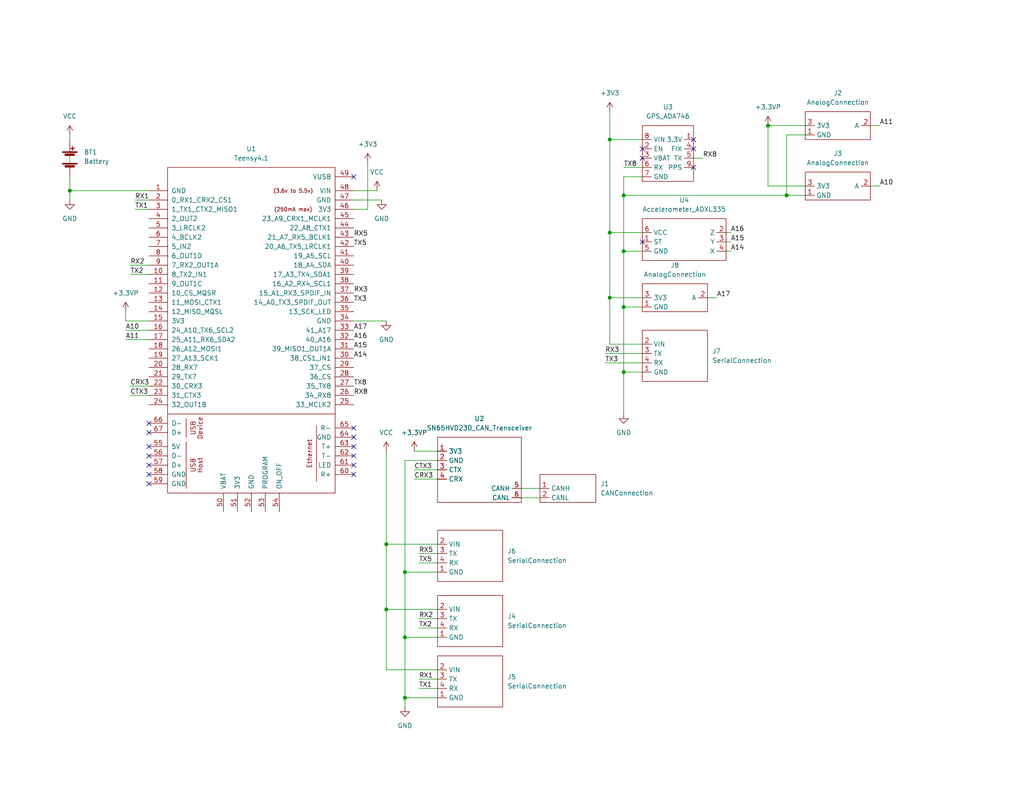
<source format=kicad_sch>
(kicad_sch (version 20211123) (generator eeschema)
  (paper "USLetter")
  (title_block (title "SDM-22 DAQ Main Board") (date "2022-03-27") (rev "v1") (company "Sun Devil Motorsports - Data Acquisition"))
  (lib_symbols
    (symbol "Device:Battery" (pin_numbers hide) (pin_names (offset 0) hide)
      (property "Reference" "BT" (at 2.54 2.54 0))
      (property "Value" "Battery" (at 2.54 0 0))
      (symbol "Battery_0_1"
        (rectangle (start -2.032 -1.397) (end 2.032 -1.651) (fill (type outline)))
        (rectangle (start -2.032 1.778) (end 2.032 1.524) (fill (type outline)))
        (rectangle (start -1.3208 -1.9812) (end 1.27 -2.4892) (fill (type outline)))
        (rectangle (start -1.3208 1.1938) (end 1.27 0.6858) (fill (type outline)))
        (polyline (pts (xy 0 -1.524) (xy 0 -1.27)))
        (polyline (pts (xy 0 -1.016) (xy 0 -0.762)))
        (polyline (pts (xy 0 -0.508) (xy 0 -0.254)))
        (polyline (pts (xy 0 0) (xy 0 0.254)))
        (polyline (pts (xy 0 0.508) (xy 0 0.762)))
        (polyline (pts (xy 0 1.778) (xy 0 2.54)))
        (polyline (pts (xy 0.254 2.667) (xy 1.27 2.667)) (stroke (width 0.254)))
        (polyline (pts (xy 0.762 3.175) (xy 0.762 2.159)) (stroke (width 0.254)))
      )
      (symbol "Battery_1_1"
        (pin passive line (at 0 5.08 270) (length 2.54) (name "+") (number "1"))
        (pin passive line (at 0 -5.08 90) (length 2.54) (name "-") (number "2"))
      )
    )
    (symbol "SDM:Accelerometer_ADXL335"
      (property "Reference" "U" (at 2.54 1.27 0))
      (property "Value" "Accelerometer_ADXL335" (at 5.08 -1.27 0))
      (symbol "Accelerometer_ADXL335_0_1"
        (rectangle (start -6.35 0) (end 16.51 -11.43))
      )
      (symbol "Accelerometer_ADXL335_1_1"
        (pin input line (at -6.35 -6.35 0) (length 2.54) (name "ST") (number "1"))
        (pin output line (at 16.51 -3.81 180) (length 2.54) (name "Z") (number "2"))
        (pin output line (at 16.51 -6.35 180) (length 2.54) (name "Y") (number "3"))
        (pin output line (at 16.51 -8.89 180) (length 2.54) (name "X") (number "4"))
        (pin input line (at -6.35 -8.89 0) (length 2.54) (name "GND") (number "5"))
        (pin input line (at -6.35 -3.81 0) (length 2.54) (name "VCC") (number "6"))
      )
    )
    (symbol "SDM:AnalogConnection"
      (property "Reference" "J" (at 0 0 0))
      (property "Value" "AnalogConnection" (at 1.27 -2.54 0))
      (symbol "AnalogConnection_0_1"
        (rectangle (start -7.62 -1.27) (end 10.16 -8.89))
      )
      (symbol "AnalogConnection_1_1"
        (pin input line (at -7.62 -7.62 0) (length 2.54) (name "GND") (number "1"))
        (pin output line (at 10.16 -5.08 180) (length 2.54) (name "A") (number "2"))
        (pin input line (at -7.62 -5.08 0) (length 2.54) (name "3V3") (number "3"))
      )
    )
    (symbol "SDM:CANConnection"
      (property "Reference" "J" (at 0 0 0))
      (property "Value" "CANConnection" (at 1.27 -2.54 0))
      (symbol "CANConnection_0_1"
        (rectangle (start -6.35 -1.27) (end 8.89 -8.89))
      )
      (symbol "CANConnection_1_1"
        (pin input line (at -6.35 -5.08 0) (length 2.54) (name "CANH") (number "1"))
        (pin input line (at -6.35 -7.62 0) (length 2.54) (name "CANL") (number "2"))
      )
    )
    (symbol "SDM:GPS_ADA746"
      (property "Reference" "U" (at 0 0 0))
      (property "Value" "GPS_ADA746" (at 1.27 -2.54 0))
      (symbol "GPS_ADA746_0_1"
        (rectangle (start -6.35 -1.27) (end 7.62 -16.51))
      )
      (symbol "GPS_ADA746_1_1"
        (pin output line (at 7.62 -5.08 180) (length 2.54) (name "3.3V") (number "1"))
        (pin input line (at -6.35 -7.62 0) (length 2.54) (name "EN") (number "2"))
        (pin input line (at -6.35 -10.16 0) (length 2.54) (name "VBAT") (number "3"))
        (pin output line (at 7.62 -7.62 180) (length 2.54) (name "FIX") (number "4"))
        (pin output line (at 7.62 -10.16 180) (length 2.54) (name "TX") (number "5"))
        (pin input line (at -6.35 -12.7 0) (length 2.54) (name "RX") (number "6"))
        (pin input line (at -6.35 -15.24 0) (length 2.54) (name "GND") (number "7"))
        (pin input line (at -6.35 -5.08 0) (length 2.54) (name "VIN") (number "8"))
        (pin output line (at 7.62 -12.7 180) (length 2.54) (name "PPS") (number "9"))
      )
    )
    (symbol "SDM:SN65HVD230_CAN_Transceiver"
      (property "Reference" "U" (at 0 0 0))
      (property "Value" "SN65HVD230_CAN_Transceiver" (at 2.54 -2.54 0))
      (symbol "SN65HVD230_CAN_Transceiver_0_1"
        (rectangle (start -8.89 -19.05) (end 13.97 -1.27))
      )
      (symbol "SN65HVD230_CAN_Transceiver_1_1"
        (pin input line (at -8.89 -5.08 0) (length 2.54) (name "3V3") (number "1"))
        (pin input line (at -8.89 -7.62 0) (length 2.54) (name "GND") (number "2"))
        (pin input line (at -8.89 -10.16 0) (length 2.54) (name "CTX") (number "3"))
        (pin input line (at -8.89 -12.7 0) (length 2.54) (name "CRX") (number "4"))
        (pin input line (at 13.97 -15.24 180) (length 2.54) (name "CANH") (number "5"))
        (pin input line (at 13.97 -17.78 180) (length 2.54) (name "CANL") (number "6"))
      )
    )
    (symbol "SDM:SerialConnection"
      (property "Reference" "J" (at 0 0 0))
      (property "Value" "SerialConnection" (at 1.27 -2.54 0))
      (symbol "SerialConnection_0_1"
        (rectangle (start -7.62 -1.27) (end 10.16 -15.24))
      )
      (symbol "SerialConnection_1_1"
        (pin input line (at -7.62 -12.7 0) (length 2.54) (name "GND") (number "1"))
        (pin input line (at -7.62 -5.08 0) (length 2.54) (name "VIN") (number "2"))
        (pin input line (at -7.62 -7.62 0) (length 2.54) (name "TX") (number "3"))
        (pin input line (at -7.62 -10.16 0) (length 2.54) (name "RX") (number "4"))
      )
    )
    (symbol "Teensy:Teensy4.1" (pin_names (offset 1.016))
      (property "Reference" "U" (at 0 64.77 0))
      (property "Value" "Teensy4.1" (at 0 62.23 0))
      (symbol "Teensy4.1_0_0"
        (polyline (pts (xy -22.86 -6.35) (xy 22.86 -6.35)))
        (polyline (pts (xy -17.78 -26.67) (xy -17.78 -13.97)))
        (polyline (pts (xy -17.78 -7.62) (xy -17.78 -12.7)))
        (polyline (pts (xy 17.78 -9.525) (xy 17.78 -24.765)))
        (text "(250mA max)" (at 11.43 49.53 0) (effects (font (size 1.016 1.016))))
        (text "(3.6v to 5.5v)" (at 11.43 54.61 0) (effects (font (size 1.016 1.016))))
        (text "Device" (at -13.97 -10.16 900) (effects (font (size 1.27 1.27))))
        (text "Ethernet" (at 15.875 -17.145 900) (effects (font (size 1.27 1.27))))
        (text "Host" (at -13.97 -20.32 900) (effects (font (size 1.27 1.27))))
        (text "USB" (at -15.875 -20.32 900) (effects (font (size 1.27 1.27))))
        (text "USB" (at -15.875 -10.16 900) (effects (font (size 1.27 1.27))))
        (pin bidirectional line (at -27.94 31.75 0) (length 5.08) (name "8_TX2_IN1") (number "10"))
        (pin bidirectional line (at -27.94 29.21 0) (length 5.08) (name "9_OUT1C") (number "11"))
        (pin bidirectional line (at -27.94 26.67 0) (length 5.08) (name "10_CS_MQSR") (number "12"))
        (pin bidirectional line (at -27.94 24.13 0) (length 5.08) (name "11_MOSI_CTX1") (number "13"))
        (pin bidirectional line (at -27.94 21.59 0) (length 5.08) (name "12_MISO_MQSL") (number "14"))
        (pin power_in line (at -27.94 19.05 0) (length 5.08) (name "3V3") (number "15"))
        (pin bidirectional line (at -27.94 16.51 0) (length 5.08) (name "24_A10_TX6_SCL2") (number "16"))
        (pin bidirectional line (at -27.94 13.97 0) (length 5.08) (name "25_A11_RX6_SDA2") (number "17"))
        (pin bidirectional line (at -27.94 11.43 0) (length 5.08) (name "26_A12_MOSI1") (number "18"))
        (pin bidirectional line (at -27.94 8.89 0) (length 5.08) (name "27_A13_SCK1") (number "19"))
        (pin bidirectional line (at -27.94 6.35 0) (length 5.08) (name "28_RX7") (number "20"))
        (pin bidirectional line (at -27.94 3.81 0) (length 5.08) (name "29_TX7") (number "21"))
        (pin bidirectional line (at -27.94 1.27 0) (length 5.08) (name "30_CRX3") (number "22"))
        (pin bidirectional line (at -27.94 -1.27 0) (length 5.08) (name "31_CTX3") (number "23"))
        (pin bidirectional line (at -27.94 -3.81 0) (length 5.08) (name "32_OUT1B") (number "24"))
        (pin bidirectional line (at 27.94 -3.81 180) (length 5.08) (name "33_MCLK2") (number "25"))
        (pin bidirectional line (at 27.94 -1.27 180) (length 5.08) (name "34_RX8") (number "26"))
        (pin bidirectional line (at 27.94 1.27 180) (length 5.08) (name "35_TX8") (number "27"))
        (pin bidirectional line (at 27.94 3.81 180) (length 5.08) (name "36_CS") (number "28"))
        (pin bidirectional line (at 27.94 6.35 180) (length 5.08) (name "37_CS") (number "29"))
        (pin bidirectional line (at 27.94 8.89 180) (length 5.08) (name "38_CS1_IN1") (number "30"))
        (pin bidirectional line (at 27.94 11.43 180) (length 5.08) (name "39_MISO1_OUT1A") (number "31"))
        (pin bidirectional line (at 27.94 13.97 180) (length 5.08) (name "40_A16") (number "32"))
        (pin bidirectional line (at 27.94 16.51 180) (length 5.08) (name "41_A17") (number "33"))
        (pin bidirectional line (at 27.94 21.59 180) (length 5.08) (name "13_SCK_LED") (number "35"))
        (pin bidirectional line (at 27.94 24.13 180) (length 5.08) (name "14_A0_TX3_SPDIF_OUT") (number "36"))
        (pin bidirectional line (at 27.94 26.67 180) (length 5.08) (name "15_A1_RX3_SPDIF_IN") (number "37"))
        (pin bidirectional line (at 27.94 29.21 180) (length 5.08) (name "16_A2_RX4_SCL1") (number "38"))
        (pin bidirectional line (at 27.94 31.75 180) (length 5.08) (name "17_A3_TX4_SDA1") (number "39"))
        (pin bidirectional line (at 27.94 34.29 180) (length 5.08) (name "18_A4_SDA") (number "40"))
        (pin bidirectional line (at 27.94 36.83 180) (length 5.08) (name "19_A5_SCL") (number "41"))
        (pin bidirectional line (at 27.94 39.37 180) (length 5.08) (name "20_A6_TX5_LRCLK1") (number "42"))
        (pin bidirectional line (at 27.94 41.91 180) (length 5.08) (name "21_A7_RX5_BCLK1") (number "43"))
        (pin bidirectional line (at 27.94 44.45 180) (length 5.08) (name "22_A8_CTX1") (number "44"))
        (pin bidirectional line (at 27.94 46.99 180) (length 5.08) (name "23_A9_CRX1_MCLK1") (number "45"))
        (pin output line (at 27.94 49.53 180) (length 5.08) (name "3V3") (number "46"))
        (pin output line (at 27.94 52.07 180) (length 5.08) (name "GND") (number "47"))
        (pin power_in line (at 27.94 54.61 180) (length 5.08) (name "VIN") (number "48"))
        (pin power_out line (at 27.94 58.42 180) (length 5.08) (name "VUSB") (number "49"))
        (pin bidirectional line (at -27.94 44.45 0) (length 5.08) (name "3_LRCLK2") (number "5"))
        (pin power_in line (at -7.62 -33.02 90) (length 5.08) (name "VBAT") (number "50"))
        (pin power_in line (at -3.81 -33.02 90) (length 5.08) (name "3V3") (number "51"))
        (pin input line (at 0 -33.02 90) (length 5.08) (name "GND") (number "52"))
        (pin input line (at 3.81 -33.02 90) (length 5.08) (name "PROGRAM") (number "53"))
        (pin input line (at 7.62 -33.02 90) (length 5.08) (name "ON_OFF") (number "54"))
        (pin power_out line (at -27.94 -15.24 0) (length 5.08) (name "5V") (number "55"))
        (pin bidirectional line (at -27.94 -17.78 0) (length 5.08) (name "D-") (number "56"))
        (pin bidirectional line (at -27.94 -20.32 0) (length 5.08) (name "D+") (number "57"))
        (pin power_in line (at -27.94 -22.86 0) (length 5.08) (name "GND") (number "58"))
        (pin power_in line (at -27.94 -25.4 0) (length 5.08) (name "GND") (number "59"))
        (pin bidirectional line (at -27.94 41.91 0) (length 5.08) (name "4_BCLK2") (number "6"))
        (pin bidirectional line (at 27.94 -22.86 180) (length 5.08) (name "R+") (number "60"))
        (pin bidirectional line (at 27.94 -20.32 180) (length 5.08) (name "LED") (number "61"))
        (pin bidirectional line (at 27.94 -17.78 180) (length 5.08) (name "T-") (number "62"))
        (pin bidirectional line (at 27.94 -15.24 180) (length 5.08) (name "T+") (number "63"))
        (pin power_in line (at 27.94 -12.7 180) (length 5.08) (name "GND") (number "64"))
        (pin bidirectional line (at 27.94 -10.16 180) (length 5.08) (name "R-") (number "65"))
        (pin bidirectional line (at -27.94 -8.89 0) (length 5.08) (name "D-") (number "66"))
        (pin bidirectional line (at -27.94 -11.43 0) (length 5.08) (name "D+") (number "67"))
        (pin bidirectional line (at -27.94 39.37 0) (length 5.08) (name "5_IN2") (number "7"))
        (pin bidirectional line (at -27.94 36.83 0) (length 5.08) (name "6_OUT1D") (number "8"))
        (pin bidirectional line (at -27.94 34.29 0) (length 5.08) (name "7_RX2_OUT1A") (number "9"))
      )
      (symbol "Teensy4.1_0_1"
        (rectangle (start -22.86 60.96) (end 22.86 -27.94))
        (rectangle (start -20.32 -1.27) (end -20.32 -1.27))
      )
      (symbol "Teensy4.1_1_1"
        (pin power_in line (at -27.94 54.61 0) (length 5.08) (name "GND") (number "1"))
        (pin bidirectional line (at -27.94 52.07 0) (length 5.08) (name "0_RX1_CRX2_CS1") (number "2"))
        (pin bidirectional line (at -27.94 49.53 0) (length 5.08) (name "1_TX1_CTX2_MISO1") (number "3"))
        (pin power_in line (at 27.94 19.05 180) (length 5.08) (name "GND") (number "34"))
        (pin bidirectional line (at -27.94 46.99 0) (length 5.08) (name "2_OUT2") (number "4"))
      )
    )
    (symbol "power:+3.3VP" (power) (pin_names (offset 0))
      (property "Value" "+3.3VP" (at 0 2.54 0))
      (symbol "+3.3VP_0_0"
        (pin power_in line (at 0 0 90) (length 0) hide (name "+3.3VP") (number "1"))
      )
      (symbol "+3.3VP_0_1"
        (polyline (pts (xy -0.762 1.27) (xy 0 2.54)))
        (polyline (pts (xy 0 0) (xy 0 2.54)))
        (polyline (pts (xy 0 2.54) (xy 0.762 1.27)))
      )
    )
    (symbol "power:+3V3" (power) (pin_names (offset 0))
      (property "Value" "+3V3" (at 0 3.556 0))
      (symbol "+3V3_0_1"
        (polyline (pts (xy -0.762 1.27) (xy 0 2.54)))
        (polyline (pts (xy 0 0) (xy 0 2.54)))
        (polyline (pts (xy 0 2.54) (xy 0.762 1.27)))
      )
      (symbol "+3V3_1_1"
        (pin power_in line (at 0 0 90) (length 0) hide (name "+3V3") (number "1"))
      )
    )
    (symbol "power:GND" (power) (pin_names (offset 0))
      (property "Value" "GND" (at 0 -3.81 0))
      (symbol "GND_0_1"
        (polyline (pts (xy 0 0) (xy 0 -1.27) (xy 1.27 -1.27) (xy 0 -2.54) (xy -1.27 -1.27) (xy 0 -1.27)))
      )
      (symbol "GND_1_1"
        (pin power_in line (at 0 0 270) (length 0) hide (name "GND") (number "1"))
      )
    )
    (symbol "power:VCC" (power) (pin_names (offset 0))
      (property "Value" "VCC" (at 0 3.81 0))
      (symbol "VCC_0_1"
        (polyline (pts (xy -0.762 1.27) (xy 0 2.54)))
        (polyline (pts (xy 0 0) (xy 0 2.54)))
        (polyline (pts (xy 0 2.54) (xy 0.762 1.27)))
      )
      (symbol "VCC_1_1"
        (pin power_in line (at 0 0 90) (length 0) hide (name "VCC") (number "1"))
      )
    )
  )
  (junction (at 170.18 68.58))
  (junction (at 209.55 34.29))
  (junction (at 105.41 148.59))
  (junction (at 170.18 101.6))
  (junction (at 110.49 190.5))
  (junction (at 166.37 63.5))
  (junction (at 110.49 156.21))
  (junction (at 214.63 53.34))
  (junction (at 170.18 53.34))
  (junction (at 170.18 83.82))
  (junction (at 19.05 52.07))
  (junction (at 166.37 81.28))
  (junction (at 105.41 166.37))
  (junction (at 110.49 173.99))
  (junction (at 166.37 38.1))
  (no_connect (at 40.64 121.92))
  (no_connect (at 40.64 132.08))
  (no_connect (at 40.64 129.54))
  (no_connect (at 40.64 127))
  (no_connect (at 40.64 124.46))
  (no_connect (at 40.64 115.57))
  (no_connect (at 96.52 127))
  (no_connect (at 96.52 121.92))
  (no_connect (at 96.52 119.38))
  (no_connect (at 96.52 124.46))
  (no_connect (at 96.52 48.26))
  (no_connect (at 96.52 129.54))
  (no_connect (at 40.64 118.11))
  (no_connect (at 96.52 116.84))
  (no_connect (at 189.23 45.72))
  (no_connect (at 175.26 43.18))
  (no_connect (at 189.23 38.1))
  (no_connect (at 175.26 40.64))
  (no_connect (at 189.23 40.64))
  (no_connect (at 175.26 66.04))
  (wire (pts (xy 113.03 130.81) (xy 119.38 130.81)))
  (wire (pts (xy 189.23 43.18) (xy 191.77 43.18)))
  (wire (pts (xy 198.12 66.04) (xy 199.39 66.04)))
  (wire (pts (xy 34.29 90.17) (xy 40.64 90.17)))
  (wire (pts (xy 19.05 48.26) (xy 19.05 52.07)))
  (wire (pts (xy 35.56 72.39) (xy 40.64 72.39)))
  (wire (pts (xy 237.49 34.29) (xy 240.03 34.29)))
  (wire (pts (xy 105.41 148.59) (xy 105.41 123.19)))
  (wire (pts (xy 170.18 101.6) (xy 170.18 113.03)))
  (wire (pts (xy 170.18 68.58) (xy 170.18 83.82)))
  (wire (pts (xy 100.33 57.15) (xy 96.52 57.15)))
  (wire (pts (xy 198.12 68.58) (xy 199.39 68.58)))
  (wire (pts (xy 110.49 125.73) (xy 110.49 156.21)))
  (wire (pts (xy 170.18 83.82) (xy 175.26 83.82)))
  (wire (pts (xy 105.41 148.59) (xy 119.38 148.59)))
  (wire (pts (xy 119.38 182.88) (xy 105.41 182.88)))
  (wire (pts (xy 170.18 83.82) (xy 170.18 101.6)))
  (wire (pts (xy 166.37 30.48) (xy 166.37 38.1)))
  (wire (pts (xy 105.41 182.88) (xy 105.41 166.37)))
  (wire (pts (xy 40.64 87.63) (xy 34.29 87.63)))
  (wire (pts (xy 175.26 93.98) (xy 166.37 93.98)))
  (wire (pts (xy 170.18 45.72) (xy 175.26 45.72)))
  (wire (pts (xy 105.41 166.37) (xy 119.38 166.37)))
  (wire (pts (xy 19.05 52.07) (xy 19.05 54.61)))
  (wire (pts (xy 114.3 151.13) (xy 119.38 151.13)))
  (wire (pts (xy 114.3 187.96) (xy 119.38 187.96)))
  (wire (pts (xy 34.29 92.71) (xy 40.64 92.71)))
  (wire (pts (xy 19.05 38.1) (xy 19.05 36.83)))
  (wire (pts (xy 170.18 53.34) (xy 170.18 68.58)))
  (wire (pts (xy 214.63 53.34) (xy 219.71 53.34)))
  (wire (pts (xy 110.49 173.99) (xy 110.49 156.21)))
  (wire (pts (xy 170.18 48.26) (xy 170.18 53.34)))
  (wire (pts (xy 114.3 185.42) (xy 119.38 185.42)))
  (wire (pts (xy 142.24 133.35) (xy 147.32 133.35)))
  (wire (pts (xy 175.26 48.26) (xy 170.18 48.26)))
  (wire (pts (xy 219.71 36.83) (xy 214.63 36.83)))
  (wire (pts (xy 166.37 38.1) (xy 166.37 63.5)))
  (wire (pts (xy 214.63 36.83) (xy 214.63 53.34)))
  (wire (pts (xy 36.83 57.15) (xy 40.64 57.15)))
  (wire (pts (xy 237.49 50.8) (xy 240.03 50.8)))
  (wire (pts (xy 35.56 105.41) (xy 40.64 105.41)))
  (wire (pts (xy 166.37 63.5) (xy 175.26 63.5)))
  (wire (pts (xy 165.1 99.06) (xy 175.26 99.06)))
  (wire (pts (xy 36.83 54.61) (xy 40.64 54.61)))
  (wire (pts (xy 209.55 34.29) (xy 209.55 50.8)))
  (wire (pts (xy 209.55 50.8) (xy 219.71 50.8)))
  (wire (pts (xy 166.37 63.5) (xy 166.37 81.28)))
  (wire (pts (xy 100.33 44.45) (xy 100.33 57.15)))
  (wire (pts (xy 166.37 38.1) (xy 175.26 38.1)))
  (wire (pts (xy 219.71 34.29) (xy 209.55 34.29)))
  (wire (pts (xy 110.49 173.99) (xy 119.38 173.99)))
  (wire (pts (xy 34.29 87.63) (xy 34.29 85.09)))
  (wire (pts (xy 113.03 128.27) (xy 119.38 128.27)))
  (wire (pts (xy 170.18 101.6) (xy 175.26 101.6)))
  (wire (pts (xy 166.37 81.28) (xy 166.37 93.98)))
  (wire (pts (xy 110.49 156.21) (xy 119.38 156.21)))
  (wire (pts (xy 193.04 81.28) (xy 195.58 81.28)))
  (wire (pts (xy 170.18 68.58) (xy 175.26 68.58)))
  (wire (pts (xy 114.3 153.67) (xy 119.38 153.67)))
  (wire (pts (xy 165.1 96.52) (xy 175.26 96.52)))
  (wire (pts (xy 96.52 52.07) (xy 102.87 52.07)))
  (wire (pts (xy 96.52 54.61) (xy 104.14 54.61)))
  (wire (pts (xy 166.37 81.28) (xy 175.26 81.28)))
  (wire (pts (xy 170.18 53.34) (xy 214.63 53.34)))
  (wire (pts (xy 35.56 74.93) (xy 40.64 74.93)))
  (wire (pts (xy 110.49 125.73) (xy 119.38 125.73)))
  (wire (pts (xy 110.49 193.04) (xy 110.49 190.5)))
  (wire (pts (xy 114.3 168.91) (xy 119.38 168.91)))
  (wire (pts (xy 113.03 123.19) (xy 119.38 123.19)))
  (wire (pts (xy 110.49 190.5) (xy 110.49 173.99)))
  (wire (pts (xy 198.12 63.5) (xy 199.39 63.5)))
  (wire (pts (xy 114.3 171.45) (xy 119.38 171.45)))
  (wire (pts (xy 19.05 52.07) (xy 40.64 52.07)))
  (wire (pts (xy 105.41 166.37) (xy 105.41 148.59)))
  (wire (pts (xy 96.52 87.63) (xy 105.41 87.63)))
  (wire (pts (xy 142.24 135.89) (xy 147.32 135.89)))
  (wire (pts (xy 110.49 190.5) (xy 119.38 190.5)))
  (wire (pts (xy 35.56 107.95) (xy 40.64 107.95)))
  (label "A16" (at 199.39 63.5 0))
  (label "A17" (at 96.52 90.17 0))
  (label "A10" (at 240.03 50.8 0))
  (label "A11" (at 34.29 92.71 0))
  (label "RX1" (at 36.83 54.61 0))
  (label "TX3" (at 165.1 99.06 0))
  (label "TX5" (at 114.3 153.67 0))
  (label "RX1" (at 114.3 185.42 0))
  (label "CRX3" (at 35.56 105.41 0))
  (label "A14" (at 96.52 97.79 0))
  (label "A16" (at 96.52 92.71 0))
  (label "RX3" (at 165.1 96.52 0))
  (label "RX5" (at 114.3 151.13 0))
  (label "RX2" (at 114.3 168.91 0))
  (label "TX8" (at 96.52 105.41 0))
  (label "TX2" (at 35.56 74.93 0))
  (label "A10" (at 34.29 90.17 0))
  (label "TX1" (at 36.83 57.15 0))
  (label "RX5" (at 96.52 64.77 0))
  (label "A17" (at 195.58 81.28 0))
  (label "CTX3" (at 35.56 107.95 0))
  (label "RX8" (at 191.77 43.18 0))
  (label "TX2" (at 114.3 171.45 0))
  (label "A11" (at 240.03 34.29 0))
  (label "TX3" (at 96.52 82.55 0))
  (label "A15" (at 199.39 66.04 0))
  (label "CTX3" (at 113.03 128.27 0))
  (label "RX2" (at 35.56 72.39 0))
  (label "A14" (at 199.39 68.58 0))
  (label "A15" (at 96.52 95.25 0))
  (label "TX5" (at 96.52 67.31 0))
  (label "RX8" (at 96.52 107.95 0))
  (label "TX1" (at 114.3 187.96 0))
  (label "CRX3" (at 113.03 130.81 0))
  (label "TX8" (at 170.18 45.72 0))
  (label "RX3" (at 96.52 80.01 0))
  (symbol (lib_id "Device:Battery") (at 19.05 43.18 0) (unit 1)
    (property "Reference" "BT1" (at 22.86 41.5289 0) (effects (justify left)))
    (property "Value" "Battery" (at 22.86 44.0689 0) (effects (justify left)))
    (property "Footprint" "Connector_PinSocket_2.54mm:PinSocket_1x02_P2.54mm_Vertical" (effects hide))
  )
  (symbol (lib_id "power:+3.3VP") (at 34.29 85.09 0) (unit 1)
    (property "Reference" "#PWR0113" (effects hide))
    (property "Value" "+3.3VP" (at 34.29 80.01 0))
  )
  (symbol (lib_id "power:+3V3") (at 100.33 44.45 0) (unit 1)
    (property "Reference" "#PWR0109" (effects hide))
    (property "Value" "+3V3" (at 100.33 39.37 0))
  )
  (symbol (lib_id "power:VCC") (at 105.41 123.19 0) (unit 1)
    (property "Reference" "#PWR0104" (effects hide))
    (property "Value" "VCC" (at 105.41 118.11 0))
  )
  (symbol (lib_id "power:GND") (at 170.18 113.03 0) (unit 1)
    (property "Reference" "#PWR0105" (effects hide))
    (property "Value" "GND" (at 170.18 118.11 0))
  )
  (symbol (lib_id "SDM:Accelerometer_ADXL335") (at 181.61 59.69 0) (unit 1)
    (property "Reference" "U4" (at 186.69 54.61 0))
    (property "Value" "Accelerometer_ADXL335" (at 186.69 57.15 0))
    (property "Footprint" "SDM:ADXL335_Socket_P2.54mm_Vertical" (effects hide))
  )
  (symbol (lib_id "power:+3V3") (at 166.37 30.48 0) (unit 1)
    (property "Reference" "#PWR0103" (effects hide))
    (property "Value" "+3V3" (at 166.37 25.4 0))
  )
  (symbol (lib_id "SDM:GPS_ADA746") (at 181.61 33.02 0) (unit 1)
    (property "Reference" "U3" (at 182.245 29.21 0))
    (property "Value" "GPS_ADA746" (at 182.245 31.75 0))
    (property "Footprint" "SDM:ADA746_Socket_P2.54mm_Vertical" (effects hide))
  )
  (symbol (lib_id "power:GND") (at 105.41 87.63 0) (unit 1)
    (property "Reference" "#PWR0106" (effects hide))
    (property "Value" "GND" (at 105.41 92.71 0))
  )
  (symbol (lib_id "power:GND") (at 19.05 54.61 0) (unit 1)
    (property "Reference" "#PWR0101" (effects hide))
    (property "Value" "GND" (at 19.05 59.69 0))
  )
  (symbol (lib_id "SDM:SerialConnection") (at 127 177.8 0) (unit 1)
    (property "Reference" "J5" (at 138.43 184.7849 0) (effects (justify left)))
    (property "Value" "SerialConnection" (at 138.43 187.3249 0) (effects (justify left)))
    (property "Footprint" "SDM:4Wire_SerialConnector" (effects hide))
  )
  (symbol (lib_id "SDM:SerialConnection") (at 127 143.51 0) (unit 1)
    (property "Reference" "J6" (at 138.43 150.4949 0) (effects (justify left)))
    (property "Value" "SerialConnection" (at 138.43 153.0349 0) (effects (justify left)))
    (property "Footprint" "SDM:4Wire_SerialConnector" (effects hide))
  )
  (symbol (lib_id "SDM:AnalogConnection") (at 182.88 76.2 0) (unit 1)
    (property "Reference" "J8" (at 184.15 72.39 0))
    (property "Value" "AnalogConnection" (at 184.15 74.93 0))
    (property "Footprint" "SDM:3Wire_AnalogConnector" (effects hide))
  )
  (symbol (lib_id "SDM:AnalogConnection") (at 227.33 29.21 0) (unit 1)
    (property "Reference" "J2" (at 228.6 25.4 0))
    (property "Value" "AnalogConnection" (at 228.6 27.94 0))
    (property "Footprint" "SDM:3Wire_AnalogConnector" (effects hide))
  )
  (symbol (lib_id "power:GND") (at 104.14 54.61 0) (unit 1)
    (property "Reference" "#PWR0110" (effects hide))
    (property "Value" "GND" (at 104.14 59.69 0))
  )
  (symbol (lib_id "power:+3.3VP") (at 209.55 34.29 0) (unit 1)
    (property "Reference" "#PWR0112" (effects hide))
    (property "Value" "+3.3VP" (at 209.55 29.21 0))
  )
  (symbol (lib_id "power:GND") (at 110.49 193.04 0) (unit 1)
    (property "Reference" "#PWR0102" (effects hide))
    (property "Value" "GND" (at 110.49 198.12 0))
  )
  (symbol (lib_id "power:+3.3VP") (at 113.03 123.19 0) (unit 1)
    (property "Reference" "#PWR0107" (effects hide))
    (property "Value" "+3.3VP" (at 113.03 118.11 0))
  )
  (symbol (lib_id "power:VCC") (at 102.87 52.07 0) (unit 1)
    (property "Reference" "#PWR0108" (effects hide))
    (property "Value" "VCC" (at 102.87 46.99 0))
  )
  (symbol (lib_id "SDM:CANConnection") (at 153.67 128.27 0) (unit 1)
    (property "Reference" "J1" (at 163.83 132.0799 0) (effects (justify left)))
    (property "Value" "CANConnection" (at 163.83 134.6199 0) (effects (justify left)))
    (property "Footprint" "SDM:2Wire_CANConnector" (effects hide))
  )
  (symbol (lib_id "SDM:SerialConnection") (at 182.88 88.9 0) (unit 1)
    (property "Reference" "J7" (at 194.31 95.8849 0) (effects (justify left)))
    (property "Value" "SerialConnection" (at 194.31 98.4249 0) (effects (justify left)))
    (property "Footprint" "SDM:4Wire_SerialConnector" (effects hide))
  )
  (symbol (lib_id "SDM:SerialConnection") (at 127 161.29 0) (unit 1)
    (property "Reference" "J4" (at 138.43 168.2749 0) (effects (justify left)))
    (property "Value" "SerialConnection" (at 138.43 170.8149 0) (effects (justify left)))
    (property "Footprint" "SDM:4Wire_SerialConnector" (effects hide))
  )
  (symbol (lib_id "power:VCC") (at 19.05 36.83 0) (unit 1)
    (property "Reference" "#PWR0111" (effects hide))
    (property "Value" "VCC" (at 19.05 31.75 0))
  )
  (symbol (lib_id "Teensy:Teensy4.1") (at 68.58 106.68 0) (unit 1)
    (property "Reference" "U1" (at 68.58 40.64 0))
    (property "Value" "Teensy4.1" (at 68.58 43.18 0))
    (property "Footprint" "Teensy:Teensy41" (effects hide))
  )
  (symbol (lib_id "SDM:AnalogConnection") (at 227.33 45.72 0) (unit 1)
    (property "Reference" "J3" (at 228.6 41.91 0))
    (property "Value" "AnalogConnection" (at 228.6 44.45 0))
    (property "Footprint" "SDM:3Wire_AnalogConnector" (effects hide))
  )
  (symbol (lib_id "SDM:SN65HVD230_CAN_Transceiver") (at 128.27 118.11 0) (unit 1)
    (property "Reference" "U2" (at 130.81 114.3 0))
    (property "Value" "SN65HVD230_CAN_Transceiver" (at 130.81 116.84 0))
    (property "Footprint" "SDM:SN65HVD230_Socket_P2.54mm_Vertical" (effects hide))
  )
)
</source>
